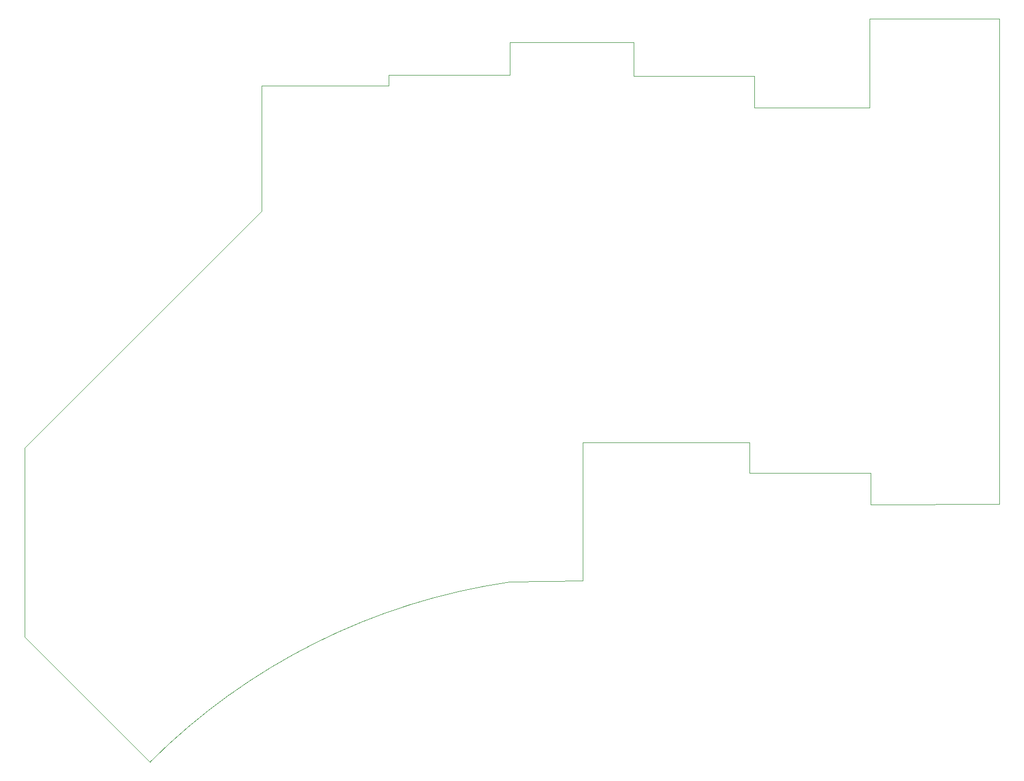
<source format=gm1>
G04 #@! TF.GenerationSoftware,KiCad,Pcbnew,7.0.10-7.0.10~ubuntu23.10.1*
G04 #@! TF.CreationDate,2024-01-07T20:04:01-05:00*
G04 #@! TF.ProjectId,Right PCB,52696768-7420-4504-9342-2e6b69636164,rev?*
G04 #@! TF.SameCoordinates,Original*
G04 #@! TF.FileFunction,Profile,NP*
%FSLAX46Y46*%
G04 Gerber Fmt 4.6, Leading zero omitted, Abs format (unit mm)*
G04 Created by KiCad (PCBNEW 7.0.10-7.0.10~ubuntu23.10.1) date 2024-01-07 20:04:01*
%MOMM*%
%LPD*%
G01*
G04 APERTURE LIST*
G04 #@! TA.AperFunction,Profile*
%ADD10C,0.100000*%
G04 #@! TD*
G04 APERTURE END LIST*
D10*
X76600000Y-70300000D02*
X76600000Y-50500000D01*
X39200000Y-107700000D02*
X76600000Y-70300000D01*
X39200000Y-137600000D02*
X39200000Y-107700000D01*
X96700000Y-50500000D02*
X76600000Y-50500000D01*
X172800000Y-111700000D02*
X172800000Y-116700000D01*
X172600000Y-39900000D02*
X172600000Y-51200000D01*
X154400000Y-49000000D02*
X135400000Y-49000000D01*
X127300000Y-106900000D02*
X153700000Y-106900000D01*
X193100000Y-40700000D02*
X193100000Y-39900000D01*
X135400000Y-43600000D02*
X115800000Y-43600000D01*
X115800000Y-48800000D02*
X96800000Y-48800000D01*
X172600000Y-54000000D02*
X154400000Y-54000000D01*
X193100000Y-40700000D02*
X193100000Y-116600000D01*
X115858250Y-128932082D02*
G75*
G03*
X58998245Y-157398245I14341750J-99667918D01*
G01*
X154400000Y-54000000D02*
X154400000Y-49000000D01*
X96700000Y-48800000D02*
X96700000Y-50500000D01*
X115858250Y-128932081D02*
X127300000Y-128700000D01*
X127300000Y-128700000D02*
X127300000Y-106900000D01*
X135400000Y-49000000D02*
X135400000Y-43600000D01*
X172600000Y-51200000D02*
X172600000Y-54000000D01*
X153700000Y-111700000D02*
X172800000Y-111700000D01*
X172800000Y-116700000D02*
X193100000Y-116600000D01*
X96700000Y-48800000D02*
X96800000Y-48800000D01*
X115800000Y-43600000D02*
X115800000Y-48800000D01*
X58998245Y-157398245D02*
X39200000Y-137600000D01*
X153700000Y-106900000D02*
X153700000Y-111700000D01*
X193100000Y-39900000D02*
X172600000Y-39900000D01*
M02*

</source>
